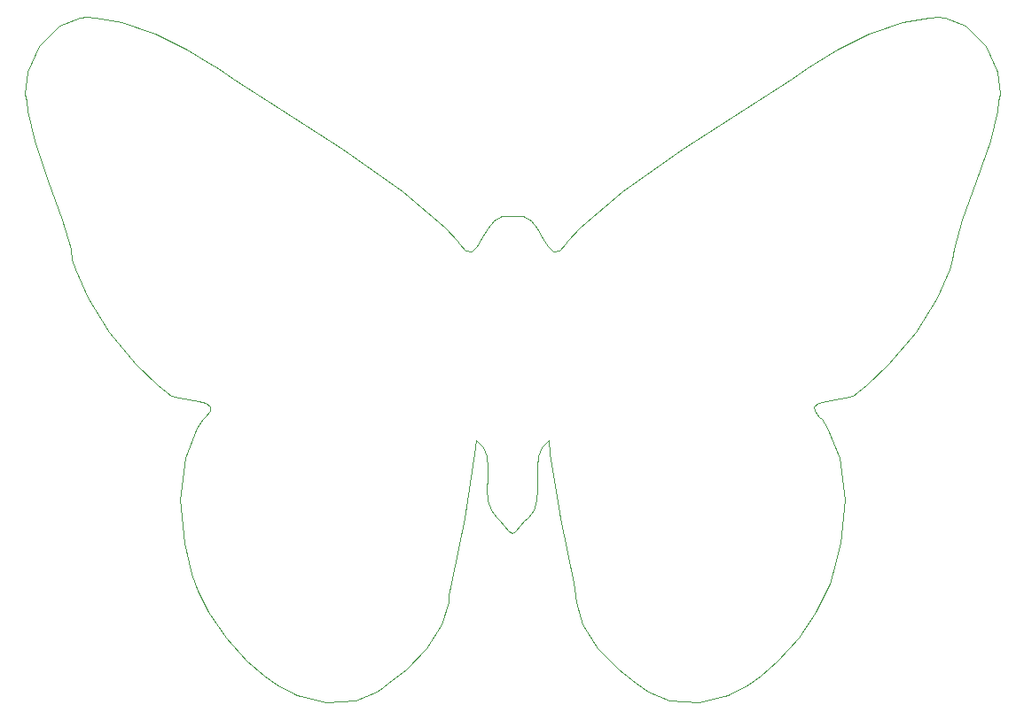
<source format=gm1>
G04 #@! TF.FileFunction,Profile,NP*
%FSLAX46Y46*%
G04 Gerber Fmt 4.6, Leading zero omitted, Abs format (unit mm)*
G04 Created by KiCad (PCBNEW 4.0.7) date Thursday, January 18, 2018 'PMt' 12:02:38 PM*
%MOMM*%
%LPD*%
G01*
G04 APERTURE LIST*
%ADD10C,0.100000*%
G04 APERTURE END LIST*
D10*
X101063476Y-92078540D02*
X101821276Y-92541740D01*
X133032576Y-109005140D02*
X132608176Y-109273840D01*
X130031176Y-109796140D02*
X129307776Y-109980840D01*
X130921476Y-109663840D02*
X130031176Y-109796140D01*
X105146576Y-94754740D02*
X105291176Y-94513840D01*
X131380276Y-123343640D02*
X130670576Y-126317440D01*
X131785476Y-119248140D02*
X131380276Y-123343640D01*
X104565176Y-95392940D02*
X105146576Y-94754740D01*
X103971076Y-95492040D02*
X104565176Y-95392940D01*
X146473963Y-81082140D02*
X146383013Y-82058940D01*
X131282476Y-115233840D02*
X131785476Y-119248140D01*
X130155276Y-112364840D02*
X131282476Y-115233840D01*
X129586076Y-111543540D02*
X130155276Y-112364840D01*
X102493976Y-115082240D02*
X102404376Y-116071740D01*
X102828776Y-114226540D02*
X102493976Y-115082240D01*
X103531576Y-113560940D02*
X103329076Y-113680840D01*
X103639076Y-114810840D02*
X103531576Y-113560940D01*
X104644876Y-120994040D02*
X103639076Y-114810840D01*
X105883876Y-127140140D02*
X104644876Y-120994040D01*
X106107176Y-128372140D02*
X105883876Y-127140140D01*
X106155476Y-129066650D02*
X106107176Y-128372140D01*
X106785176Y-131117170D02*
X106155476Y-129066650D01*
X108238976Y-133455700D02*
X106785176Y-131117170D01*
X110208176Y-135452460D02*
X108238976Y-133455700D01*
X111858976Y-136768490D02*
X110208176Y-135452460D01*
X112432276Y-137175010D02*
X111858976Y-136768490D01*
X112982076Y-137611850D02*
X112432276Y-137175010D01*
X115016076Y-138440048D02*
X112982076Y-137611850D01*
X117835576Y-138601280D02*
X115016076Y-138440048D01*
X120630276Y-137879188D02*
X117835576Y-138601280D01*
X122564976Y-136911800D02*
X120630276Y-137879188D01*
X128938476Y-110784140D02*
X129404176Y-111376740D01*
X123142376Y-136498390D02*
X122564976Y-136911800D01*
X100334676Y-122272840D02*
X100053006Y-122391440D01*
X101292076Y-121167740D02*
X100334676Y-122272840D01*
X101383076Y-121053340D02*
X101292076Y-121167740D01*
X101588376Y-120890740D02*
X101383076Y-121053340D01*
X123734976Y-136060180D02*
X123142376Y-136498390D01*
X102072076Y-120237540D02*
X101588376Y-120890740D01*
X125396876Y-134588430D02*
X123734976Y-136060180D01*
X102395976Y-119275640D02*
X102072076Y-120237540D01*
X127386776Y-132386320D02*
X125396876Y-134588430D01*
X102478876Y-118224240D02*
X102395976Y-119275640D01*
X102404376Y-116071740D02*
X102440076Y-117136940D01*
X102440076Y-117136940D02*
X102478876Y-118224240D01*
X128150176Y-77964940D02*
X128875076Y-77522640D01*
X103329076Y-113680840D02*
X102828776Y-114226540D01*
X129058276Y-129937550D02*
X127386776Y-132386320D01*
X146387147Y-78332940D02*
X146593852Y-80420640D01*
X142225466Y-95281440D02*
X142079416Y-96255440D01*
X130082176Y-127966940D02*
X129058276Y-129937550D01*
X145262666Y-75827540D02*
X146387147Y-78332940D01*
X133866276Y-108251340D02*
X133113876Y-108878340D01*
X128875076Y-77522640D02*
X131072976Y-76236740D01*
X102962476Y-94242140D02*
X103455676Y-95034540D01*
X102436176Y-93336940D02*
X102962476Y-94242140D01*
X101821276Y-92541740D02*
X102436176Y-93336940D01*
X100053006Y-92084240D02*
X100319476Y-92084240D01*
X105291176Y-94513840D02*
X106502576Y-93233540D01*
X128894376Y-110288140D02*
X128938476Y-110784140D01*
X129307776Y-109980840D02*
X128894376Y-110288140D01*
X103455676Y-95034540D02*
X103971076Y-95492040D01*
X146593852Y-80420640D02*
X146473963Y-81082140D01*
X143297586Y-73953240D02*
X145262666Y-75827540D01*
X141351806Y-73147140D02*
X143297586Y-73953240D01*
X140686186Y-73097740D02*
X141351806Y-73147140D01*
X130353676Y-127283440D02*
X130082176Y-127966940D01*
X143027506Y-92415140D02*
X142225466Y-95281440D01*
X110537376Y-89778840D02*
X116290776Y-85683040D01*
X144383476Y-88690140D02*
X143027506Y-92415140D01*
X140632456Y-99904540D02*
X138553006Y-103225640D01*
X130670576Y-126317440D02*
X130353676Y-127283440D01*
X145687106Y-84954240D02*
X144383476Y-88690140D01*
X106502576Y-93233540D02*
X110537376Y-89778840D01*
X146383013Y-82058940D02*
X145687106Y-84954240D01*
X139846966Y-73115340D02*
X140686186Y-73097740D01*
X131829576Y-109512240D02*
X130921476Y-109663840D01*
X137334796Y-73574340D02*
X139846966Y-73115340D01*
X134132276Y-74697540D02*
X137334796Y-73574340D01*
X126708776Y-78983140D02*
X128150176Y-77964940D01*
X132608176Y-109273840D02*
X131829576Y-109512240D01*
X129404176Y-111376740D02*
X129586076Y-111543540D01*
X133113876Y-108878340D02*
X133032576Y-109005140D01*
X122257676Y-81866040D02*
X126708776Y-78983140D01*
X131072976Y-76236740D02*
X134132276Y-74697540D01*
X135996776Y-106217340D02*
X133866276Y-108251340D01*
X142079416Y-96255440D02*
X141813456Y-97193840D01*
X141813456Y-97193840D02*
X140632456Y-99904540D01*
X100319476Y-92084240D02*
X101063476Y-92078540D01*
X116290776Y-85683040D02*
X122257676Y-81866040D01*
X138553006Y-103225640D02*
X135996776Y-106217340D01*
X99042536Y-92078540D02*
X98284736Y-92541740D01*
X67073436Y-109005140D02*
X67497836Y-109273840D01*
X70074836Y-109796140D02*
X70798236Y-109980840D01*
X69184536Y-109663840D02*
X70074836Y-109796140D01*
X94959436Y-94754740D02*
X94814836Y-94513840D01*
X68725736Y-123343640D02*
X69435436Y-126317440D01*
X68320536Y-119248140D02*
X68725736Y-123343640D01*
X95540836Y-95392940D02*
X94959436Y-94754740D01*
X96134936Y-95492040D02*
X95540836Y-95392940D01*
X53632049Y-81082140D02*
X53722999Y-82058940D01*
X68823536Y-115233840D02*
X68320536Y-119248140D01*
X69950736Y-112364840D02*
X68823536Y-115233840D01*
X70519936Y-111543540D02*
X69950736Y-112364840D01*
X97612036Y-115082240D02*
X97701636Y-116071740D01*
X97277236Y-114226540D02*
X97612036Y-115082240D01*
X96574436Y-113560940D02*
X96776936Y-113680840D01*
X96466936Y-114810840D02*
X96574436Y-113560940D01*
X95461136Y-120994040D02*
X96466936Y-114810840D01*
X94222136Y-127140140D02*
X95461136Y-120994040D01*
X93998836Y-128372140D02*
X94222136Y-127140140D01*
X93950536Y-129066650D02*
X93998836Y-128372140D01*
X93320836Y-131117170D02*
X93950536Y-129066650D01*
X91867036Y-133455700D02*
X93320836Y-131117170D01*
X89897836Y-135452460D02*
X91867036Y-133455700D01*
X88247036Y-136768490D02*
X89897836Y-135452460D01*
X87673736Y-137175010D02*
X88247036Y-136768490D01*
X87123936Y-137611850D02*
X87673736Y-137175010D01*
X85089936Y-138440048D02*
X87123936Y-137611850D01*
X82270436Y-138601280D02*
X85089936Y-138440048D01*
X79475736Y-137879188D02*
X82270436Y-138601280D01*
X77541036Y-136911800D02*
X79475736Y-137879188D01*
X71167536Y-110784140D02*
X70701836Y-111376740D01*
X76963636Y-136498390D02*
X77541036Y-136911800D01*
X99771336Y-122272840D02*
X100053006Y-122391440D01*
X98813936Y-121167740D02*
X99771336Y-122272840D01*
X98722936Y-121053340D02*
X98813936Y-121167740D01*
X98517636Y-120890740D02*
X98722936Y-121053340D01*
X76371036Y-136060180D02*
X76963636Y-136498390D01*
X98033936Y-120237540D02*
X98517636Y-120890740D01*
X74709136Y-134588430D02*
X76371036Y-136060180D01*
X97710036Y-119275640D02*
X98033936Y-120237540D01*
X72719236Y-132386320D02*
X74709136Y-134588430D01*
X97627136Y-118224240D02*
X97710036Y-119275640D01*
X97701636Y-116071740D02*
X97665936Y-117136940D01*
X97665936Y-117136940D02*
X97627136Y-118224240D01*
X71955836Y-77964940D02*
X71230936Y-77522640D01*
X96776936Y-113680840D02*
X97277236Y-114226540D01*
X71047736Y-129937550D02*
X72719236Y-132386320D01*
X53718865Y-78332940D02*
X53512160Y-80420640D01*
X57880546Y-95281440D02*
X58026596Y-96255440D01*
X70023836Y-127966940D02*
X71047736Y-129937550D01*
X54843346Y-75827540D02*
X53718865Y-78332940D01*
X66239736Y-108251340D02*
X66992136Y-108878340D01*
X71230936Y-77522640D02*
X69033036Y-76236740D01*
X97143536Y-94242140D02*
X96650336Y-95034540D01*
X97669836Y-93336940D02*
X97143536Y-94242140D01*
X98284736Y-92541740D02*
X97669836Y-93336940D01*
X100053006Y-92084240D02*
X99786536Y-92084240D01*
X94814836Y-94513840D02*
X93603436Y-93233540D01*
X71211636Y-110288140D02*
X71167536Y-110784140D01*
X70798236Y-109980840D02*
X71211636Y-110288140D01*
X96650336Y-95034540D02*
X96134936Y-95492040D01*
X53512160Y-80420640D02*
X53632049Y-81082140D01*
X56808426Y-73953240D02*
X54843346Y-75827540D01*
X58754206Y-73147140D02*
X56808426Y-73953240D01*
X59419826Y-73097740D02*
X58754206Y-73147140D01*
X69752336Y-127283440D02*
X70023836Y-127966940D01*
X57078506Y-92415140D02*
X57880546Y-95281440D01*
X89568636Y-89778840D02*
X83815236Y-85683040D01*
X55722536Y-88690140D02*
X57078506Y-92415140D01*
X59473556Y-99904540D02*
X61553006Y-103225640D01*
X69435436Y-126317440D02*
X69752336Y-127283440D01*
X54418906Y-84954240D02*
X55722536Y-88690140D01*
X93603436Y-93233540D02*
X89568636Y-89778840D01*
X53722999Y-82058940D02*
X54418906Y-84954240D01*
X60259046Y-73115340D02*
X59419826Y-73097740D01*
X68276436Y-109512240D02*
X69184536Y-109663840D01*
X62771216Y-73574340D02*
X60259046Y-73115340D01*
X65973736Y-74697540D02*
X62771216Y-73574340D01*
X73397236Y-78983140D02*
X71955836Y-77964940D01*
X67497836Y-109273840D02*
X68276436Y-109512240D01*
X70701836Y-111376740D02*
X70519936Y-111543540D01*
X66992136Y-108878340D02*
X67073436Y-109005140D01*
X77848336Y-81866040D02*
X73397236Y-78983140D01*
X69033036Y-76236740D02*
X65973736Y-74697540D01*
X64109236Y-106217340D02*
X66239736Y-108251340D01*
X58026596Y-96255440D02*
X58292556Y-97193840D01*
X58292556Y-97193840D02*
X59473556Y-99904540D01*
X99786536Y-92084240D02*
X99042536Y-92078540D01*
X83815236Y-85683040D02*
X77848336Y-81866040D01*
X61553006Y-103225640D02*
X64109236Y-106217340D01*
M02*

</source>
